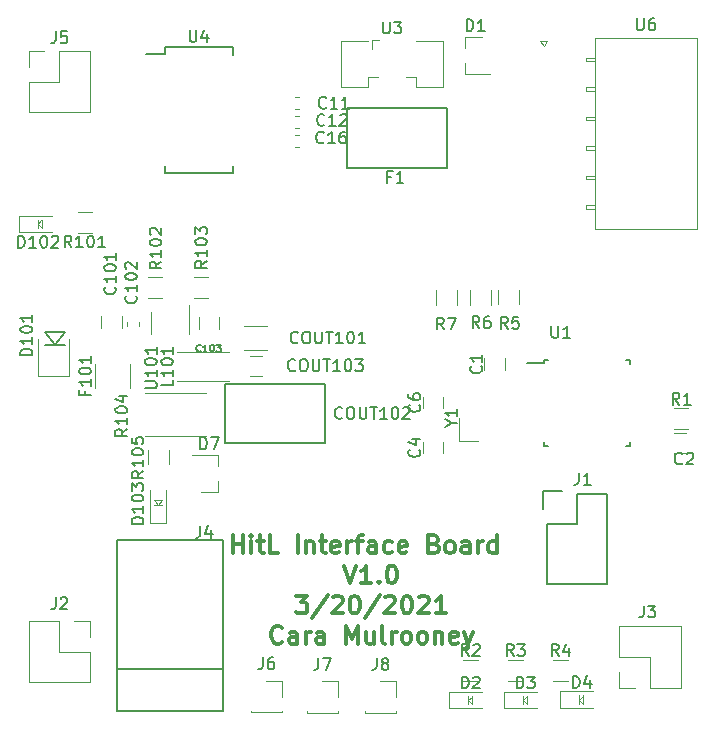
<source format=gto>
G04 #@! TF.GenerationSoftware,KiCad,Pcbnew,5.1.7-a382d34a8~87~ubuntu20.04.1*
G04 #@! TF.CreationDate,2021-03-22T20:15:53-04:00*
G04 #@! TF.ProjectId,SystemHitLInterface,53797374-656d-4486-9974-4c496e746572,rev?*
G04 #@! TF.SameCoordinates,Original*
G04 #@! TF.FileFunction,Legend,Top*
G04 #@! TF.FilePolarity,Positive*
%FSLAX46Y46*%
G04 Gerber Fmt 4.6, Leading zero omitted, Abs format (unit mm)*
G04 Created by KiCad (PCBNEW 5.1.7-a382d34a8~87~ubuntu20.04.1) date 2021-03-22 20:15:53*
%MOMM*%
%LPD*%
G01*
G04 APERTURE LIST*
%ADD10C,0.300000*%
%ADD11C,0.120000*%
%ADD12C,0.150000*%
%ADD13C,0.100000*%
%ADD14C,0.200000*%
G04 APERTURE END LIST*
D10*
X117536000Y-121211971D02*
X117536000Y-119711971D01*
X117536000Y-120426257D02*
X118393142Y-120426257D01*
X118393142Y-121211971D02*
X118393142Y-119711971D01*
X119107428Y-121211971D02*
X119107428Y-120211971D01*
X119107428Y-119711971D02*
X119036000Y-119783400D01*
X119107428Y-119854828D01*
X119178857Y-119783400D01*
X119107428Y-119711971D01*
X119107428Y-119854828D01*
X119607428Y-120211971D02*
X120178857Y-120211971D01*
X119821714Y-119711971D02*
X119821714Y-120997685D01*
X119893142Y-121140542D01*
X120036000Y-121211971D01*
X120178857Y-121211971D01*
X121393142Y-121211971D02*
X120678857Y-121211971D01*
X120678857Y-119711971D01*
X123036000Y-121211971D02*
X123036000Y-119711971D01*
X123750285Y-120211971D02*
X123750285Y-121211971D01*
X123750285Y-120354828D02*
X123821714Y-120283400D01*
X123964571Y-120211971D01*
X124178857Y-120211971D01*
X124321714Y-120283400D01*
X124393142Y-120426257D01*
X124393142Y-121211971D01*
X124893142Y-120211971D02*
X125464571Y-120211971D01*
X125107428Y-119711971D02*
X125107428Y-120997685D01*
X125178857Y-121140542D01*
X125321714Y-121211971D01*
X125464571Y-121211971D01*
X126536000Y-121140542D02*
X126393142Y-121211971D01*
X126107428Y-121211971D01*
X125964571Y-121140542D01*
X125893142Y-120997685D01*
X125893142Y-120426257D01*
X125964571Y-120283400D01*
X126107428Y-120211971D01*
X126393142Y-120211971D01*
X126536000Y-120283400D01*
X126607428Y-120426257D01*
X126607428Y-120569114D01*
X125893142Y-120711971D01*
X127250285Y-121211971D02*
X127250285Y-120211971D01*
X127250285Y-120497685D02*
X127321714Y-120354828D01*
X127393142Y-120283400D01*
X127536000Y-120211971D01*
X127678857Y-120211971D01*
X127964571Y-120211971D02*
X128536000Y-120211971D01*
X128178857Y-121211971D02*
X128178857Y-119926257D01*
X128250285Y-119783400D01*
X128393142Y-119711971D01*
X128536000Y-119711971D01*
X129678857Y-121211971D02*
X129678857Y-120426257D01*
X129607428Y-120283400D01*
X129464571Y-120211971D01*
X129178857Y-120211971D01*
X129036000Y-120283400D01*
X129678857Y-121140542D02*
X129536000Y-121211971D01*
X129178857Y-121211971D01*
X129036000Y-121140542D01*
X128964571Y-120997685D01*
X128964571Y-120854828D01*
X129036000Y-120711971D01*
X129178857Y-120640542D01*
X129536000Y-120640542D01*
X129678857Y-120569114D01*
X131036000Y-121140542D02*
X130893142Y-121211971D01*
X130607428Y-121211971D01*
X130464571Y-121140542D01*
X130393142Y-121069114D01*
X130321714Y-120926257D01*
X130321714Y-120497685D01*
X130393142Y-120354828D01*
X130464571Y-120283400D01*
X130607428Y-120211971D01*
X130893142Y-120211971D01*
X131036000Y-120283400D01*
X132250285Y-121140542D02*
X132107428Y-121211971D01*
X131821714Y-121211971D01*
X131678857Y-121140542D01*
X131607428Y-120997685D01*
X131607428Y-120426257D01*
X131678857Y-120283400D01*
X131821714Y-120211971D01*
X132107428Y-120211971D01*
X132250285Y-120283400D01*
X132321714Y-120426257D01*
X132321714Y-120569114D01*
X131607428Y-120711971D01*
X134607428Y-120426257D02*
X134821714Y-120497685D01*
X134893142Y-120569114D01*
X134964571Y-120711971D01*
X134964571Y-120926257D01*
X134893142Y-121069114D01*
X134821714Y-121140542D01*
X134678857Y-121211971D01*
X134107428Y-121211971D01*
X134107428Y-119711971D01*
X134607428Y-119711971D01*
X134750285Y-119783400D01*
X134821714Y-119854828D01*
X134893142Y-119997685D01*
X134893142Y-120140542D01*
X134821714Y-120283400D01*
X134750285Y-120354828D01*
X134607428Y-120426257D01*
X134107428Y-120426257D01*
X135821714Y-121211971D02*
X135678857Y-121140542D01*
X135607428Y-121069114D01*
X135536000Y-120926257D01*
X135536000Y-120497685D01*
X135607428Y-120354828D01*
X135678857Y-120283400D01*
X135821714Y-120211971D01*
X136036000Y-120211971D01*
X136178857Y-120283400D01*
X136250285Y-120354828D01*
X136321714Y-120497685D01*
X136321714Y-120926257D01*
X136250285Y-121069114D01*
X136178857Y-121140542D01*
X136036000Y-121211971D01*
X135821714Y-121211971D01*
X137607428Y-121211971D02*
X137607428Y-120426257D01*
X137536000Y-120283400D01*
X137393142Y-120211971D01*
X137107428Y-120211971D01*
X136964571Y-120283400D01*
X137607428Y-121140542D02*
X137464571Y-121211971D01*
X137107428Y-121211971D01*
X136964571Y-121140542D01*
X136893142Y-120997685D01*
X136893142Y-120854828D01*
X136964571Y-120711971D01*
X137107428Y-120640542D01*
X137464571Y-120640542D01*
X137607428Y-120569114D01*
X138321714Y-121211971D02*
X138321714Y-120211971D01*
X138321714Y-120497685D02*
X138393142Y-120354828D01*
X138464571Y-120283400D01*
X138607428Y-120211971D01*
X138750285Y-120211971D01*
X139893142Y-121211971D02*
X139893142Y-119711971D01*
X139893142Y-121140542D02*
X139750285Y-121211971D01*
X139464571Y-121211971D01*
X139321714Y-121140542D01*
X139250285Y-121069114D01*
X139178857Y-120926257D01*
X139178857Y-120497685D01*
X139250285Y-120354828D01*
X139321714Y-120283400D01*
X139464571Y-120211971D01*
X139750285Y-120211971D01*
X139893142Y-120283400D01*
X127000285Y-122261971D02*
X127500285Y-123761971D01*
X128000285Y-122261971D01*
X129286000Y-123761971D02*
X128428857Y-123761971D01*
X128857428Y-123761971D02*
X128857428Y-122261971D01*
X128714571Y-122476257D01*
X128571714Y-122619114D01*
X128428857Y-122690542D01*
X129928857Y-123619114D02*
X130000285Y-123690542D01*
X129928857Y-123761971D01*
X129857428Y-123690542D01*
X129928857Y-123619114D01*
X129928857Y-123761971D01*
X130928857Y-122261971D02*
X131071714Y-122261971D01*
X131214571Y-122333400D01*
X131286000Y-122404828D01*
X131357428Y-122547685D01*
X131428857Y-122833400D01*
X131428857Y-123190542D01*
X131357428Y-123476257D01*
X131286000Y-123619114D01*
X131214571Y-123690542D01*
X131071714Y-123761971D01*
X130928857Y-123761971D01*
X130786000Y-123690542D01*
X130714571Y-123619114D01*
X130643142Y-123476257D01*
X130571714Y-123190542D01*
X130571714Y-122833400D01*
X130643142Y-122547685D01*
X130714571Y-122404828D01*
X130786000Y-122333400D01*
X130928857Y-122261971D01*
X122928857Y-124811971D02*
X123857428Y-124811971D01*
X123357428Y-125383400D01*
X123571714Y-125383400D01*
X123714571Y-125454828D01*
X123786000Y-125526257D01*
X123857428Y-125669114D01*
X123857428Y-126026257D01*
X123786000Y-126169114D01*
X123714571Y-126240542D01*
X123571714Y-126311971D01*
X123143142Y-126311971D01*
X123000285Y-126240542D01*
X122928857Y-126169114D01*
X125571714Y-124740542D02*
X124286000Y-126669114D01*
X126000285Y-124954828D02*
X126071714Y-124883400D01*
X126214571Y-124811971D01*
X126571714Y-124811971D01*
X126714571Y-124883400D01*
X126786000Y-124954828D01*
X126857428Y-125097685D01*
X126857428Y-125240542D01*
X126786000Y-125454828D01*
X125928857Y-126311971D01*
X126857428Y-126311971D01*
X127786000Y-124811971D02*
X127928857Y-124811971D01*
X128071714Y-124883400D01*
X128143142Y-124954828D01*
X128214571Y-125097685D01*
X128286000Y-125383400D01*
X128286000Y-125740542D01*
X128214571Y-126026257D01*
X128143142Y-126169114D01*
X128071714Y-126240542D01*
X127928857Y-126311971D01*
X127786000Y-126311971D01*
X127643142Y-126240542D01*
X127571714Y-126169114D01*
X127500285Y-126026257D01*
X127428857Y-125740542D01*
X127428857Y-125383400D01*
X127500285Y-125097685D01*
X127571714Y-124954828D01*
X127643142Y-124883400D01*
X127786000Y-124811971D01*
X130000285Y-124740542D02*
X128714571Y-126669114D01*
X130428857Y-124954828D02*
X130500285Y-124883400D01*
X130643142Y-124811971D01*
X131000285Y-124811971D01*
X131143142Y-124883400D01*
X131214571Y-124954828D01*
X131286000Y-125097685D01*
X131286000Y-125240542D01*
X131214571Y-125454828D01*
X130357428Y-126311971D01*
X131286000Y-126311971D01*
X132214571Y-124811971D02*
X132357428Y-124811971D01*
X132500285Y-124883400D01*
X132571714Y-124954828D01*
X132643142Y-125097685D01*
X132714571Y-125383400D01*
X132714571Y-125740542D01*
X132643142Y-126026257D01*
X132571714Y-126169114D01*
X132500285Y-126240542D01*
X132357428Y-126311971D01*
X132214571Y-126311971D01*
X132071714Y-126240542D01*
X132000285Y-126169114D01*
X131928857Y-126026257D01*
X131857428Y-125740542D01*
X131857428Y-125383400D01*
X131928857Y-125097685D01*
X132000285Y-124954828D01*
X132071714Y-124883400D01*
X132214571Y-124811971D01*
X133286000Y-124954828D02*
X133357428Y-124883400D01*
X133500285Y-124811971D01*
X133857428Y-124811971D01*
X134000285Y-124883400D01*
X134071714Y-124954828D01*
X134143142Y-125097685D01*
X134143142Y-125240542D01*
X134071714Y-125454828D01*
X133214571Y-126311971D01*
X134143142Y-126311971D01*
X135571714Y-126311971D02*
X134714571Y-126311971D01*
X135143142Y-126311971D02*
X135143142Y-124811971D01*
X135000285Y-125026257D01*
X134857428Y-125169114D01*
X134714571Y-125240542D01*
X121714571Y-128719114D02*
X121643142Y-128790542D01*
X121428857Y-128861971D01*
X121286000Y-128861971D01*
X121071714Y-128790542D01*
X120928857Y-128647685D01*
X120857428Y-128504828D01*
X120786000Y-128219114D01*
X120786000Y-128004828D01*
X120857428Y-127719114D01*
X120928857Y-127576257D01*
X121071714Y-127433400D01*
X121286000Y-127361971D01*
X121428857Y-127361971D01*
X121643142Y-127433400D01*
X121714571Y-127504828D01*
X123000285Y-128861971D02*
X123000285Y-128076257D01*
X122928857Y-127933400D01*
X122786000Y-127861971D01*
X122500285Y-127861971D01*
X122357428Y-127933400D01*
X123000285Y-128790542D02*
X122857428Y-128861971D01*
X122500285Y-128861971D01*
X122357428Y-128790542D01*
X122286000Y-128647685D01*
X122286000Y-128504828D01*
X122357428Y-128361971D01*
X122500285Y-128290542D01*
X122857428Y-128290542D01*
X123000285Y-128219114D01*
X123714571Y-128861971D02*
X123714571Y-127861971D01*
X123714571Y-128147685D02*
X123786000Y-128004828D01*
X123857428Y-127933400D01*
X124000285Y-127861971D01*
X124143142Y-127861971D01*
X125286000Y-128861971D02*
X125286000Y-128076257D01*
X125214571Y-127933400D01*
X125071714Y-127861971D01*
X124786000Y-127861971D01*
X124643142Y-127933400D01*
X125286000Y-128790542D02*
X125143142Y-128861971D01*
X124786000Y-128861971D01*
X124643142Y-128790542D01*
X124571714Y-128647685D01*
X124571714Y-128504828D01*
X124643142Y-128361971D01*
X124786000Y-128290542D01*
X125143142Y-128290542D01*
X125286000Y-128219114D01*
X127143142Y-128861971D02*
X127143142Y-127361971D01*
X127643142Y-128433400D01*
X128143142Y-127361971D01*
X128143142Y-128861971D01*
X129500285Y-127861971D02*
X129500285Y-128861971D01*
X128857428Y-127861971D02*
X128857428Y-128647685D01*
X128928857Y-128790542D01*
X129071714Y-128861971D01*
X129286000Y-128861971D01*
X129428857Y-128790542D01*
X129500285Y-128719114D01*
X130428857Y-128861971D02*
X130286000Y-128790542D01*
X130214571Y-128647685D01*
X130214571Y-127361971D01*
X131000285Y-128861971D02*
X131000285Y-127861971D01*
X131000285Y-128147685D02*
X131071714Y-128004828D01*
X131143142Y-127933400D01*
X131286000Y-127861971D01*
X131428857Y-127861971D01*
X132143142Y-128861971D02*
X132000285Y-128790542D01*
X131928857Y-128719114D01*
X131857428Y-128576257D01*
X131857428Y-128147685D01*
X131928857Y-128004828D01*
X132000285Y-127933400D01*
X132143142Y-127861971D01*
X132357428Y-127861971D01*
X132500285Y-127933400D01*
X132571714Y-128004828D01*
X132643142Y-128147685D01*
X132643142Y-128576257D01*
X132571714Y-128719114D01*
X132500285Y-128790542D01*
X132357428Y-128861971D01*
X132143142Y-128861971D01*
X133500285Y-128861971D02*
X133357428Y-128790542D01*
X133286000Y-128719114D01*
X133214571Y-128576257D01*
X133214571Y-128147685D01*
X133286000Y-128004828D01*
X133357428Y-127933400D01*
X133500285Y-127861971D01*
X133714571Y-127861971D01*
X133857428Y-127933400D01*
X133928857Y-128004828D01*
X134000285Y-128147685D01*
X134000285Y-128576257D01*
X133928857Y-128719114D01*
X133857428Y-128790542D01*
X133714571Y-128861971D01*
X133500285Y-128861971D01*
X134643142Y-127861971D02*
X134643142Y-128861971D01*
X134643142Y-128004828D02*
X134714571Y-127933400D01*
X134857428Y-127861971D01*
X135071714Y-127861971D01*
X135214571Y-127933400D01*
X135286000Y-128076257D01*
X135286000Y-128861971D01*
X136571714Y-128790542D02*
X136428857Y-128861971D01*
X136143142Y-128861971D01*
X136000285Y-128790542D01*
X135928857Y-128647685D01*
X135928857Y-128076257D01*
X136000285Y-127933400D01*
X136143142Y-127861971D01*
X136428857Y-127861971D01*
X136571714Y-127933400D01*
X136643142Y-128076257D01*
X136643142Y-128219114D01*
X135928857Y-128361971D01*
X137143142Y-127861971D02*
X137500285Y-128861971D01*
X137857428Y-127861971D02*
X137500285Y-128861971D01*
X137357428Y-129219114D01*
X137286000Y-129290542D01*
X137143142Y-129361971D01*
D11*
X140039200Y-100117200D02*
X140039200Y-98917200D01*
X141799200Y-98917200D02*
X141799200Y-100117200D01*
X154914000Y-108949600D02*
X156114000Y-108949600D01*
X156114000Y-110709600D02*
X154914000Y-110709600D01*
X105603600Y-94098000D02*
X104403600Y-94098000D01*
X104403600Y-92338000D02*
X105603600Y-92338000D01*
X117198700Y-106612540D02*
X112798700Y-106612540D01*
X112798700Y-104212540D02*
X117198700Y-104212540D01*
D12*
X116851300Y-106847000D02*
X125351300Y-106847000D01*
X125351300Y-106847000D02*
X125351300Y-111847000D01*
X125351300Y-111847000D02*
X116851300Y-111847000D01*
X116851300Y-111847000D02*
X116851300Y-106847000D01*
D11*
X116343800Y-102227000D02*
X116343800Y-101227000D01*
X114643800Y-101227000D02*
X114643800Y-102227000D01*
X115466420Y-99604720D02*
X114266420Y-99604720D01*
X114266420Y-97844720D02*
X115466420Y-97844720D01*
X110380220Y-97829480D02*
X111580220Y-97829480D01*
X111580220Y-99589480D02*
X110380220Y-99589480D01*
X112102000Y-112496000D02*
X112102000Y-113696000D01*
X110342000Y-113696000D02*
X110342000Y-112496000D01*
X113809600Y-102611800D02*
X113809600Y-100161800D01*
X110589600Y-100811800D02*
X110589600Y-102611800D01*
X118470300Y-104017000D02*
X120470300Y-104017000D01*
X120470300Y-101977000D02*
X118470300Y-101977000D01*
X118994300Y-106196500D02*
X119994300Y-106196500D01*
X119994300Y-104496500D02*
X118994300Y-104496500D01*
X110522000Y-118696000D02*
X110522000Y-115896000D01*
X111922000Y-118696000D02*
X111922000Y-115896000D01*
X110522000Y-118696000D02*
X111922000Y-118696000D01*
D13*
X111222000Y-117096000D02*
X110922000Y-116796000D01*
X110922000Y-116796000D02*
X110872000Y-116746000D01*
X110872000Y-116746000D02*
X111522000Y-116746000D01*
X111572000Y-116746000D02*
X111522000Y-116746000D01*
X111522000Y-116746000D02*
X111572000Y-116746000D01*
X111572000Y-116746000D02*
X111222000Y-117096000D01*
X111222000Y-117096000D02*
X110872000Y-117096000D01*
X111572000Y-117096000D02*
X111222000Y-117096000D01*
D11*
X99425600Y-92632000D02*
X102225600Y-92632000D01*
X99425600Y-94032000D02*
X102225600Y-94032000D01*
X99425600Y-92632000D02*
X99425600Y-94032000D01*
D13*
X101025600Y-93332000D02*
X101325600Y-93032000D01*
X101325600Y-93032000D02*
X101375600Y-92982000D01*
X101375600Y-92982000D02*
X101375600Y-93632000D01*
X101375600Y-93682000D02*
X101375600Y-93632000D01*
X101375600Y-93632000D02*
X101375600Y-93682000D01*
X101375600Y-93682000D02*
X101025600Y-93332000D01*
X101025600Y-93332000D02*
X101025600Y-92982000D01*
X101025600Y-93682000D02*
X101025600Y-93332000D01*
D11*
X106424360Y-101116000D02*
X106424360Y-102116000D01*
X108124360Y-102116000D02*
X108124360Y-101116000D01*
X109590300Y-101969279D02*
X109590300Y-101643721D01*
X108570300Y-101969279D02*
X108570300Y-101643721D01*
X140550000Y-105706800D02*
X140550000Y-104706800D01*
X138850000Y-104706800D02*
X138850000Y-105706800D01*
X154897200Y-112762400D02*
X155897200Y-112762400D01*
X155897200Y-111062400D02*
X154897200Y-111062400D01*
X133617600Y-111768000D02*
X133617600Y-112768000D01*
X135317600Y-112768000D02*
X135317600Y-111768000D01*
X135317600Y-108958000D02*
X135317600Y-107958000D01*
X133617600Y-107958000D02*
X133617600Y-108958000D01*
X123149579Y-83568000D02*
X122824021Y-83568000D01*
X123149579Y-82548000D02*
X122824021Y-82548000D01*
X123149579Y-84173600D02*
X122824021Y-84173600D01*
X123149579Y-85193600D02*
X122824021Y-85193600D01*
X122824021Y-86819200D02*
X123149579Y-86819200D01*
X122824021Y-85799200D02*
X123149579Y-85799200D01*
X137162000Y-77515600D02*
X137162000Y-78445600D01*
X137162000Y-80675600D02*
X137162000Y-79745600D01*
X137162000Y-80675600D02*
X139322000Y-80675600D01*
X137162000Y-77515600D02*
X138622000Y-77515600D01*
X135868000Y-132954800D02*
X138668000Y-132954800D01*
X135868000Y-134354800D02*
X138668000Y-134354800D01*
X135868000Y-132954800D02*
X135868000Y-134354800D01*
D13*
X137468000Y-133654800D02*
X137768000Y-133354800D01*
X137768000Y-133354800D02*
X137818000Y-133304800D01*
X137818000Y-133304800D02*
X137818000Y-133954800D01*
X137818000Y-134004800D02*
X137818000Y-133954800D01*
X137818000Y-133954800D02*
X137818000Y-134004800D01*
X137818000Y-134004800D02*
X137468000Y-133654800D01*
X137468000Y-133654800D02*
X137468000Y-133304800D01*
X137468000Y-134004800D02*
X137468000Y-133654800D01*
D11*
X140508400Y-132954800D02*
X143308400Y-132954800D01*
X140508400Y-134354800D02*
X143308400Y-134354800D01*
X140508400Y-132954800D02*
X140508400Y-134354800D01*
D13*
X142108400Y-133654800D02*
X142408400Y-133354800D01*
X142408400Y-133354800D02*
X142458400Y-133304800D01*
X142458400Y-133304800D02*
X142458400Y-133954800D01*
X142458400Y-134004800D02*
X142458400Y-133954800D01*
X142458400Y-133954800D02*
X142458400Y-134004800D01*
X142458400Y-134004800D02*
X142108400Y-133654800D01*
X142108400Y-133654800D02*
X142108400Y-133304800D01*
X142108400Y-134004800D02*
X142108400Y-133654800D01*
X146883600Y-133954000D02*
X146883600Y-133604000D01*
X146883600Y-133604000D02*
X146883600Y-133254000D01*
X147233600Y-133954000D02*
X146883600Y-133604000D01*
X147233600Y-133904000D02*
X147233600Y-133954000D01*
X147233600Y-133954000D02*
X147233600Y-133904000D01*
X147233600Y-133254000D02*
X147233600Y-133904000D01*
X147183600Y-133304000D02*
X147233600Y-133254000D01*
X146883600Y-133604000D02*
X147183600Y-133304000D01*
D11*
X145283600Y-132904000D02*
X145283600Y-134304000D01*
X145283600Y-134304000D02*
X148083600Y-134304000D01*
X145283600Y-132904000D02*
X148083600Y-132904000D01*
D12*
X127176400Y-88555200D02*
X127176400Y-83555200D01*
X135676400Y-88555200D02*
X127176400Y-88555200D01*
X135676400Y-83555200D02*
X135676400Y-88555200D01*
X127176400Y-83555200D02*
X135676400Y-83555200D01*
X149199600Y-118770400D02*
X149199600Y-116230400D01*
X149199600Y-116230400D02*
X146659600Y-116230400D01*
X143839600Y-115950400D02*
X143839600Y-117500400D01*
X149199600Y-123850400D02*
X149199600Y-118770400D01*
X144119600Y-123850400D02*
X149199600Y-123850400D01*
X146659600Y-118770400D02*
X144119600Y-118770400D01*
X146659600Y-116230400D02*
X146659600Y-118770400D01*
X143839600Y-115950400D02*
X145389600Y-115950400D01*
X144119600Y-118770400D02*
X144119600Y-123850400D01*
D11*
X104140000Y-126940000D02*
X105470000Y-126940000D01*
X105470000Y-126940000D02*
X105470000Y-128270000D01*
X102870000Y-126940000D02*
X102870000Y-129540000D01*
X102870000Y-129540000D02*
X105470000Y-129540000D01*
X105470000Y-129540000D02*
X105470000Y-132140000D01*
X100270000Y-132140000D02*
X105470000Y-132140000D01*
X100270000Y-126940000D02*
X100270000Y-132140000D01*
X100270000Y-126940000D02*
X102870000Y-126940000D01*
X155457200Y-132597200D02*
X152857200Y-132597200D01*
X155457200Y-132597200D02*
X155457200Y-127397200D01*
X155457200Y-127397200D02*
X150257200Y-127397200D01*
X150257200Y-129997200D02*
X150257200Y-127397200D01*
X152857200Y-129997200D02*
X150257200Y-129997200D01*
X152857200Y-132597200D02*
X152857200Y-129997200D01*
X150257200Y-132597200D02*
X150257200Y-131267200D01*
X151587200Y-132597200D02*
X150257200Y-132597200D01*
D12*
X107717200Y-131053200D02*
X116717200Y-131053200D01*
X116717200Y-134553200D02*
X116717200Y-120053200D01*
X107717200Y-120053200D02*
X116717200Y-120053200D01*
X107717200Y-134553200D02*
X107717200Y-120053200D01*
X107717200Y-134553200D02*
X116717200Y-134553200D01*
D11*
X100270000Y-80010000D02*
X100270000Y-78680000D01*
X100270000Y-78680000D02*
X101600000Y-78680000D01*
X100270000Y-81280000D02*
X102870000Y-81280000D01*
X102870000Y-81280000D02*
X102870000Y-78680000D01*
X102870000Y-78680000D02*
X105470000Y-78680000D01*
X105470000Y-83880000D02*
X105470000Y-78680000D01*
X100270000Y-83880000D02*
X105470000Y-83880000D01*
X100270000Y-83880000D02*
X100270000Y-81280000D01*
X137068000Y-130234800D02*
X138268000Y-130234800D01*
X138268000Y-131994800D02*
X137068000Y-131994800D01*
X142078000Y-131994800D02*
X140878000Y-131994800D01*
X140878000Y-130234800D02*
X142078000Y-130234800D01*
X145888000Y-131994800D02*
X144688000Y-131994800D01*
X144688000Y-130234800D02*
X145888000Y-130234800D01*
X137651600Y-100168000D02*
X137651600Y-98968000D01*
X139411600Y-98968000D02*
X139411600Y-100168000D01*
X136516000Y-98968000D02*
X136516000Y-100168000D01*
X134756000Y-100168000D02*
X134756000Y-98968000D01*
D12*
X143898200Y-105108800D02*
X142473200Y-105108800D01*
X151148200Y-104883800D02*
X150823200Y-104883800D01*
X151148200Y-112133800D02*
X150823200Y-112133800D01*
X143898200Y-112133800D02*
X144223200Y-112133800D01*
X143898200Y-104883800D02*
X144223200Y-104883800D01*
X143898200Y-112133800D02*
X143898200Y-111808800D01*
X151148200Y-112133800D02*
X151148200Y-111808800D01*
X151148200Y-104883800D02*
X151148200Y-105208800D01*
X143898200Y-104883800D02*
X143898200Y-105108800D01*
X111780600Y-78968400D02*
X110180600Y-78968400D01*
X111780600Y-89043400D02*
X117530600Y-89043400D01*
X111780600Y-78393400D02*
X117530600Y-78393400D01*
X111780600Y-89043400D02*
X111780600Y-88393400D01*
X117530600Y-89043400D02*
X117530600Y-88393400D01*
X117530600Y-78393400D02*
X117530600Y-79043400D01*
X111780600Y-78393400D02*
X111780600Y-78968400D01*
D11*
X143565600Y-77866136D02*
X143865600Y-78290400D01*
X144165600Y-77866136D02*
X143565600Y-77866136D01*
X143865600Y-78290400D02*
X144165600Y-77866136D01*
X147475600Y-92050400D02*
X148175600Y-92050400D01*
X147475600Y-91750400D02*
X147475600Y-92050400D01*
X148175600Y-91750400D02*
X147475600Y-91750400D01*
X148175600Y-92050400D02*
X148175600Y-91750400D01*
X147475600Y-89550400D02*
X148175600Y-89550400D01*
X147475600Y-89250400D02*
X147475600Y-89550400D01*
X148175600Y-89250400D02*
X147475600Y-89250400D01*
X148175600Y-89550400D02*
X148175600Y-89250400D01*
X147475600Y-87050400D02*
X148175600Y-87050400D01*
X147475600Y-86750400D02*
X147475600Y-87050400D01*
X148175600Y-86750400D02*
X147475600Y-86750400D01*
X148175600Y-87050400D02*
X148175600Y-86750400D01*
X147475600Y-84550400D02*
X148175600Y-84550400D01*
X147475600Y-84250400D02*
X147475600Y-84550400D01*
X148175600Y-84250400D02*
X147475600Y-84250400D01*
X148175600Y-84550400D02*
X148175600Y-84250400D01*
X147475600Y-82050400D02*
X148175600Y-82050400D01*
X147475600Y-81750400D02*
X147475600Y-82050400D01*
X148175600Y-81750400D02*
X147475600Y-81750400D01*
X148175600Y-82050400D02*
X148175600Y-81750400D01*
X147475600Y-79550400D02*
X148175600Y-79550400D01*
X147475600Y-79250400D02*
X147475600Y-79550400D01*
X148175600Y-79250400D02*
X147475600Y-79250400D01*
X148175600Y-79550400D02*
X148175600Y-79250400D01*
X156855600Y-77570400D02*
X148175600Y-77570400D01*
X156855600Y-93730400D02*
X156855600Y-77570400D01*
X148175600Y-93730400D02*
X156855600Y-93730400D01*
X148175600Y-77570400D02*
X148175600Y-93730400D01*
D13*
X136677600Y-111728000D02*
X138277600Y-111728000D01*
X136677600Y-111728000D02*
X136677600Y-109728000D01*
D11*
X129313200Y-78528600D02*
X129313200Y-77778600D01*
X129313200Y-77778600D02*
X129913200Y-77778600D01*
X129013200Y-77818600D02*
X126703200Y-77818600D01*
X135323200Y-77818600D02*
X135323200Y-81738600D01*
X126703200Y-81738600D02*
X128973200Y-81738600D01*
X126703200Y-77818600D02*
X126703200Y-81738600D01*
X135323200Y-81738600D02*
X133053200Y-81738600D01*
X133013200Y-77818600D02*
X135323200Y-77818600D01*
X133053200Y-80908600D02*
X133053200Y-81738600D01*
X128973200Y-80908600D02*
X128973200Y-81738600D01*
X128973200Y-80908600D02*
X129803200Y-80908600D01*
X133053200Y-80908600D02*
X132223200Y-80908600D01*
X116279200Y-116032400D02*
X114819200Y-116032400D01*
X116279200Y-112872400D02*
X114119200Y-112872400D01*
X116279200Y-112872400D02*
X116279200Y-113802400D01*
X116279200Y-116032400D02*
X116279200Y-115102400D01*
X115274400Y-111294000D02*
X110074400Y-111294000D01*
X110074400Y-107654000D02*
X115274400Y-107654000D01*
X119066000Y-134680000D02*
X121726000Y-134680000D01*
X119066000Y-134560000D02*
X119066000Y-134680000D01*
X121726000Y-134560000D02*
X121726000Y-134680000D01*
X121726000Y-132020000D02*
X121726000Y-133350000D01*
X120396000Y-132020000D02*
X121726000Y-132020000D01*
X125120400Y-132070800D02*
X126450400Y-132070800D01*
X126450400Y-132070800D02*
X126450400Y-133400800D01*
X126450400Y-134610800D02*
X126450400Y-134730800D01*
X123790400Y-134610800D02*
X123790400Y-134730800D01*
X123790400Y-134730800D02*
X126450400Y-134730800D01*
X128718000Y-134730800D02*
X131378000Y-134730800D01*
X128718000Y-134610800D02*
X128718000Y-134730800D01*
X131378000Y-134610800D02*
X131378000Y-134730800D01*
X131378000Y-132070800D02*
X131378000Y-133400800D01*
X130048000Y-132070800D02*
X131378000Y-132070800D01*
D14*
X103362000Y-102473200D02*
X102462000Y-103573200D01*
X101662000Y-102473200D02*
X103362000Y-102473200D01*
X102462000Y-103573200D02*
X101662000Y-102473200D01*
X101662000Y-103573200D02*
X103362000Y-103573200D01*
D11*
X101028500Y-106248200D02*
X103695500Y-106248200D01*
X103695500Y-106248200D02*
X103695500Y-103073200D01*
X101028500Y-106248200D02*
X101028500Y-103073200D01*
X108820400Y-105222800D02*
X108820400Y-107222800D01*
X105860400Y-107222800D02*
X105860400Y-105222800D01*
D12*
X140803333Y-102204780D02*
X140470000Y-101728590D01*
X140231904Y-102204780D02*
X140231904Y-101204780D01*
X140612857Y-101204780D01*
X140708095Y-101252400D01*
X140755714Y-101300019D01*
X140803333Y-101395257D01*
X140803333Y-101538114D01*
X140755714Y-101633352D01*
X140708095Y-101680971D01*
X140612857Y-101728590D01*
X140231904Y-101728590D01*
X141708095Y-101204780D02*
X141231904Y-101204780D01*
X141184285Y-101680971D01*
X141231904Y-101633352D01*
X141327142Y-101585733D01*
X141565238Y-101585733D01*
X141660476Y-101633352D01*
X141708095Y-101680971D01*
X141755714Y-101776209D01*
X141755714Y-102014304D01*
X141708095Y-102109542D01*
X141660476Y-102157161D01*
X141565238Y-102204780D01*
X141327142Y-102204780D01*
X141231904Y-102157161D01*
X141184285Y-102109542D01*
X155347333Y-108631980D02*
X155014000Y-108155790D01*
X154775904Y-108631980D02*
X154775904Y-107631980D01*
X155156857Y-107631980D01*
X155252095Y-107679600D01*
X155299714Y-107727219D01*
X155347333Y-107822457D01*
X155347333Y-107965314D01*
X155299714Y-108060552D01*
X155252095Y-108108171D01*
X155156857Y-108155790D01*
X154775904Y-108155790D01*
X156299714Y-108631980D02*
X155728285Y-108631980D01*
X156014000Y-108631980D02*
X156014000Y-107631980D01*
X155918761Y-107774838D01*
X155823523Y-107870076D01*
X155728285Y-107917695D01*
X103884552Y-95320380D02*
X103551219Y-94844190D01*
X103313123Y-95320380D02*
X103313123Y-94320380D01*
X103694076Y-94320380D01*
X103789314Y-94368000D01*
X103836933Y-94415619D01*
X103884552Y-94510857D01*
X103884552Y-94653714D01*
X103836933Y-94748952D01*
X103789314Y-94796571D01*
X103694076Y-94844190D01*
X103313123Y-94844190D01*
X104836933Y-95320380D02*
X104265504Y-95320380D01*
X104551219Y-95320380D02*
X104551219Y-94320380D01*
X104455980Y-94463238D01*
X104360742Y-94558476D01*
X104265504Y-94606095D01*
X105455980Y-94320380D02*
X105551219Y-94320380D01*
X105646457Y-94368000D01*
X105694076Y-94415619D01*
X105741695Y-94510857D01*
X105789314Y-94701333D01*
X105789314Y-94939428D01*
X105741695Y-95129904D01*
X105694076Y-95225142D01*
X105646457Y-95272761D01*
X105551219Y-95320380D01*
X105455980Y-95320380D01*
X105360742Y-95272761D01*
X105313123Y-95225142D01*
X105265504Y-95129904D01*
X105217885Y-94939428D01*
X105217885Y-94701333D01*
X105265504Y-94510857D01*
X105313123Y-94415619D01*
X105360742Y-94368000D01*
X105455980Y-94320380D01*
X106741695Y-95320380D02*
X106170266Y-95320380D01*
X106455980Y-95320380D02*
X106455980Y-94320380D01*
X106360742Y-94463238D01*
X106265504Y-94558476D01*
X106170266Y-94606095D01*
X112466380Y-106529047D02*
X112466380Y-107005238D01*
X111466380Y-107005238D01*
X112466380Y-105671904D02*
X112466380Y-106243333D01*
X112466380Y-105957619D02*
X111466380Y-105957619D01*
X111609238Y-106052857D01*
X111704476Y-106148095D01*
X111752095Y-106243333D01*
X111466380Y-105052857D02*
X111466380Y-104957619D01*
X111514000Y-104862380D01*
X111561619Y-104814761D01*
X111656857Y-104767142D01*
X111847333Y-104719523D01*
X112085428Y-104719523D01*
X112275904Y-104767142D01*
X112371142Y-104814761D01*
X112418761Y-104862380D01*
X112466380Y-104957619D01*
X112466380Y-105052857D01*
X112418761Y-105148095D01*
X112371142Y-105195714D01*
X112275904Y-105243333D01*
X112085428Y-105290952D01*
X111847333Y-105290952D01*
X111656857Y-105243333D01*
X111561619Y-105195714D01*
X111514000Y-105148095D01*
X111466380Y-105052857D01*
X112466380Y-103767142D02*
X112466380Y-104338571D01*
X112466380Y-104052857D02*
X111466380Y-104052857D01*
X111609238Y-104148095D01*
X111704476Y-104243333D01*
X111752095Y-104338571D01*
X126799380Y-109753142D02*
X126751761Y-109800761D01*
X126608904Y-109848380D01*
X126513666Y-109848380D01*
X126370809Y-109800761D01*
X126275571Y-109705523D01*
X126227952Y-109610285D01*
X126180333Y-109419809D01*
X126180333Y-109276952D01*
X126227952Y-109086476D01*
X126275571Y-108991238D01*
X126370809Y-108896000D01*
X126513666Y-108848380D01*
X126608904Y-108848380D01*
X126751761Y-108896000D01*
X126799380Y-108943619D01*
X127418428Y-108848380D02*
X127608904Y-108848380D01*
X127704142Y-108896000D01*
X127799380Y-108991238D01*
X127847000Y-109181714D01*
X127847000Y-109515047D01*
X127799380Y-109705523D01*
X127704142Y-109800761D01*
X127608904Y-109848380D01*
X127418428Y-109848380D01*
X127323190Y-109800761D01*
X127227952Y-109705523D01*
X127180333Y-109515047D01*
X127180333Y-109181714D01*
X127227952Y-108991238D01*
X127323190Y-108896000D01*
X127418428Y-108848380D01*
X128275571Y-108848380D02*
X128275571Y-109657904D01*
X128323190Y-109753142D01*
X128370809Y-109800761D01*
X128466047Y-109848380D01*
X128656523Y-109848380D01*
X128751761Y-109800761D01*
X128799380Y-109753142D01*
X128847000Y-109657904D01*
X128847000Y-108848380D01*
X129180333Y-108848380D02*
X129751761Y-108848380D01*
X129466047Y-109848380D02*
X129466047Y-108848380D01*
X130608904Y-109848380D02*
X130037476Y-109848380D01*
X130323190Y-109848380D02*
X130323190Y-108848380D01*
X130227952Y-108991238D01*
X130132714Y-109086476D01*
X130037476Y-109134095D01*
X131227952Y-108848380D02*
X131323190Y-108848380D01*
X131418428Y-108896000D01*
X131466047Y-108943619D01*
X131513666Y-109038857D01*
X131561285Y-109229333D01*
X131561285Y-109467428D01*
X131513666Y-109657904D01*
X131466047Y-109753142D01*
X131418428Y-109800761D01*
X131323190Y-109848380D01*
X131227952Y-109848380D01*
X131132714Y-109800761D01*
X131085095Y-109753142D01*
X131037476Y-109657904D01*
X130989857Y-109467428D01*
X130989857Y-109229333D01*
X131037476Y-109038857D01*
X131085095Y-108943619D01*
X131132714Y-108896000D01*
X131227952Y-108848380D01*
X131942238Y-108943619D02*
X131989857Y-108896000D01*
X132085095Y-108848380D01*
X132323190Y-108848380D01*
X132418428Y-108896000D01*
X132466047Y-108943619D01*
X132513666Y-109038857D01*
X132513666Y-109134095D01*
X132466047Y-109276952D01*
X131894619Y-109848380D01*
X132513666Y-109848380D01*
X114819171Y-104100285D02*
X114790600Y-104128857D01*
X114704885Y-104157428D01*
X114647742Y-104157428D01*
X114562028Y-104128857D01*
X114504885Y-104071714D01*
X114476314Y-104014571D01*
X114447742Y-103900285D01*
X114447742Y-103814571D01*
X114476314Y-103700285D01*
X114504885Y-103643142D01*
X114562028Y-103586000D01*
X114647742Y-103557428D01*
X114704885Y-103557428D01*
X114790600Y-103586000D01*
X114819171Y-103614571D01*
X115390600Y-104157428D02*
X115047742Y-104157428D01*
X115219171Y-104157428D02*
X115219171Y-103557428D01*
X115162028Y-103643142D01*
X115104885Y-103700285D01*
X115047742Y-103728857D01*
X115762028Y-103557428D02*
X115819171Y-103557428D01*
X115876314Y-103586000D01*
X115904885Y-103614571D01*
X115933457Y-103671714D01*
X115962028Y-103786000D01*
X115962028Y-103928857D01*
X115933457Y-104043142D01*
X115904885Y-104100285D01*
X115876314Y-104128857D01*
X115819171Y-104157428D01*
X115762028Y-104157428D01*
X115704885Y-104128857D01*
X115676314Y-104100285D01*
X115647742Y-104043142D01*
X115619171Y-103928857D01*
X115619171Y-103786000D01*
X115647742Y-103671714D01*
X115676314Y-103614571D01*
X115704885Y-103586000D01*
X115762028Y-103557428D01*
X116162028Y-103557428D02*
X116533457Y-103557428D01*
X116333457Y-103786000D01*
X116419171Y-103786000D01*
X116476314Y-103814571D01*
X116504885Y-103843142D01*
X116533457Y-103900285D01*
X116533457Y-104043142D01*
X116504885Y-104100285D01*
X116476314Y-104128857D01*
X116419171Y-104157428D01*
X116247742Y-104157428D01*
X116190600Y-104128857D01*
X116162028Y-104100285D01*
X115349380Y-96465047D02*
X114873190Y-96798380D01*
X115349380Y-97036476D02*
X114349380Y-97036476D01*
X114349380Y-96655523D01*
X114397000Y-96560285D01*
X114444619Y-96512666D01*
X114539857Y-96465047D01*
X114682714Y-96465047D01*
X114777952Y-96512666D01*
X114825571Y-96560285D01*
X114873190Y-96655523D01*
X114873190Y-97036476D01*
X115349380Y-95512666D02*
X115349380Y-96084095D01*
X115349380Y-95798380D02*
X114349380Y-95798380D01*
X114492238Y-95893619D01*
X114587476Y-95988857D01*
X114635095Y-96084095D01*
X114349380Y-94893619D02*
X114349380Y-94798380D01*
X114397000Y-94703142D01*
X114444619Y-94655523D01*
X114539857Y-94607904D01*
X114730333Y-94560285D01*
X114968428Y-94560285D01*
X115158904Y-94607904D01*
X115254142Y-94655523D01*
X115301761Y-94703142D01*
X115349380Y-94798380D01*
X115349380Y-94893619D01*
X115301761Y-94988857D01*
X115254142Y-95036476D01*
X115158904Y-95084095D01*
X114968428Y-95131714D01*
X114730333Y-95131714D01*
X114539857Y-95084095D01*
X114444619Y-95036476D01*
X114397000Y-94988857D01*
X114349380Y-94893619D01*
X114349380Y-94226952D02*
X114349380Y-93607904D01*
X114730333Y-93941238D01*
X114730333Y-93798380D01*
X114777952Y-93703142D01*
X114825571Y-93655523D01*
X114920809Y-93607904D01*
X115158904Y-93607904D01*
X115254142Y-93655523D01*
X115301761Y-93703142D01*
X115349380Y-93798380D01*
X115349380Y-94084095D01*
X115301761Y-94179333D01*
X115254142Y-94226952D01*
X111499380Y-96515047D02*
X111023190Y-96848380D01*
X111499380Y-97086476D02*
X110499380Y-97086476D01*
X110499380Y-96705523D01*
X110547000Y-96610285D01*
X110594619Y-96562666D01*
X110689857Y-96515047D01*
X110832714Y-96515047D01*
X110927952Y-96562666D01*
X110975571Y-96610285D01*
X111023190Y-96705523D01*
X111023190Y-97086476D01*
X111499380Y-95562666D02*
X111499380Y-96134095D01*
X111499380Y-95848380D02*
X110499380Y-95848380D01*
X110642238Y-95943619D01*
X110737476Y-96038857D01*
X110785095Y-96134095D01*
X110499380Y-94943619D02*
X110499380Y-94848380D01*
X110547000Y-94753142D01*
X110594619Y-94705523D01*
X110689857Y-94657904D01*
X110880333Y-94610285D01*
X111118428Y-94610285D01*
X111308904Y-94657904D01*
X111404142Y-94705523D01*
X111451761Y-94753142D01*
X111499380Y-94848380D01*
X111499380Y-94943619D01*
X111451761Y-95038857D01*
X111404142Y-95086476D01*
X111308904Y-95134095D01*
X111118428Y-95181714D01*
X110880333Y-95181714D01*
X110689857Y-95134095D01*
X110594619Y-95086476D01*
X110547000Y-95038857D01*
X110499380Y-94943619D01*
X110594619Y-94229333D02*
X110547000Y-94181714D01*
X110499380Y-94086476D01*
X110499380Y-93848380D01*
X110547000Y-93753142D01*
X110594619Y-93705523D01*
X110689857Y-93657904D01*
X110785095Y-93657904D01*
X110927952Y-93705523D01*
X111499380Y-94276952D01*
X111499380Y-93657904D01*
X109977180Y-114250647D02*
X109500990Y-114583980D01*
X109977180Y-114822076D02*
X108977180Y-114822076D01*
X108977180Y-114441123D01*
X109024800Y-114345885D01*
X109072419Y-114298266D01*
X109167657Y-114250647D01*
X109310514Y-114250647D01*
X109405752Y-114298266D01*
X109453371Y-114345885D01*
X109500990Y-114441123D01*
X109500990Y-114822076D01*
X109977180Y-113298266D02*
X109977180Y-113869695D01*
X109977180Y-113583980D02*
X108977180Y-113583980D01*
X109120038Y-113679219D01*
X109215276Y-113774457D01*
X109262895Y-113869695D01*
X108977180Y-112679219D02*
X108977180Y-112583980D01*
X109024800Y-112488742D01*
X109072419Y-112441123D01*
X109167657Y-112393504D01*
X109358133Y-112345885D01*
X109596228Y-112345885D01*
X109786704Y-112393504D01*
X109881942Y-112441123D01*
X109929561Y-112488742D01*
X109977180Y-112583980D01*
X109977180Y-112679219D01*
X109929561Y-112774457D01*
X109881942Y-112822076D01*
X109786704Y-112869695D01*
X109596228Y-112917314D01*
X109358133Y-112917314D01*
X109167657Y-112869695D01*
X109072419Y-112822076D01*
X109024800Y-112774457D01*
X108977180Y-112679219D01*
X108977180Y-111441123D02*
X108977180Y-111917314D01*
X109453371Y-111964933D01*
X109405752Y-111917314D01*
X109358133Y-111822076D01*
X109358133Y-111583980D01*
X109405752Y-111488742D01*
X109453371Y-111441123D01*
X109548609Y-111393504D01*
X109786704Y-111393504D01*
X109881942Y-111441123D01*
X109929561Y-111488742D01*
X109977180Y-111583980D01*
X109977180Y-111822076D01*
X109929561Y-111917314D01*
X109881942Y-111964933D01*
X110099380Y-107235285D02*
X110908904Y-107235285D01*
X111004142Y-107187666D01*
X111051761Y-107140047D01*
X111099380Y-107044809D01*
X111099380Y-106854333D01*
X111051761Y-106759095D01*
X111004142Y-106711476D01*
X110908904Y-106663857D01*
X110099380Y-106663857D01*
X111099380Y-105663857D02*
X111099380Y-106235285D01*
X111099380Y-105949571D02*
X110099380Y-105949571D01*
X110242238Y-106044809D01*
X110337476Y-106140047D01*
X110385095Y-106235285D01*
X110099380Y-105044809D02*
X110099380Y-104949571D01*
X110147000Y-104854333D01*
X110194619Y-104806714D01*
X110289857Y-104759095D01*
X110480333Y-104711476D01*
X110718428Y-104711476D01*
X110908904Y-104759095D01*
X111004142Y-104806714D01*
X111051761Y-104854333D01*
X111099380Y-104949571D01*
X111099380Y-105044809D01*
X111051761Y-105140047D01*
X111004142Y-105187666D01*
X110908904Y-105235285D01*
X110718428Y-105282904D01*
X110480333Y-105282904D01*
X110289857Y-105235285D01*
X110194619Y-105187666D01*
X110147000Y-105140047D01*
X110099380Y-105044809D01*
X111099380Y-103759095D02*
X111099380Y-104330523D01*
X111099380Y-104044809D02*
X110099380Y-104044809D01*
X110242238Y-104140047D01*
X110337476Y-104235285D01*
X110385095Y-104330523D01*
X123049380Y-103353142D02*
X123001761Y-103400761D01*
X122858904Y-103448380D01*
X122763666Y-103448380D01*
X122620809Y-103400761D01*
X122525571Y-103305523D01*
X122477952Y-103210285D01*
X122430333Y-103019809D01*
X122430333Y-102876952D01*
X122477952Y-102686476D01*
X122525571Y-102591238D01*
X122620809Y-102496000D01*
X122763666Y-102448380D01*
X122858904Y-102448380D01*
X123001761Y-102496000D01*
X123049380Y-102543619D01*
X123668428Y-102448380D02*
X123858904Y-102448380D01*
X123954142Y-102496000D01*
X124049380Y-102591238D01*
X124097000Y-102781714D01*
X124097000Y-103115047D01*
X124049380Y-103305523D01*
X123954142Y-103400761D01*
X123858904Y-103448380D01*
X123668428Y-103448380D01*
X123573190Y-103400761D01*
X123477952Y-103305523D01*
X123430333Y-103115047D01*
X123430333Y-102781714D01*
X123477952Y-102591238D01*
X123573190Y-102496000D01*
X123668428Y-102448380D01*
X124525571Y-102448380D02*
X124525571Y-103257904D01*
X124573190Y-103353142D01*
X124620809Y-103400761D01*
X124716047Y-103448380D01*
X124906523Y-103448380D01*
X125001761Y-103400761D01*
X125049380Y-103353142D01*
X125097000Y-103257904D01*
X125097000Y-102448380D01*
X125430333Y-102448380D02*
X126001761Y-102448380D01*
X125716047Y-103448380D02*
X125716047Y-102448380D01*
X126858904Y-103448380D02*
X126287476Y-103448380D01*
X126573190Y-103448380D02*
X126573190Y-102448380D01*
X126477952Y-102591238D01*
X126382714Y-102686476D01*
X126287476Y-102734095D01*
X127477952Y-102448380D02*
X127573190Y-102448380D01*
X127668428Y-102496000D01*
X127716047Y-102543619D01*
X127763666Y-102638857D01*
X127811285Y-102829333D01*
X127811285Y-103067428D01*
X127763666Y-103257904D01*
X127716047Y-103353142D01*
X127668428Y-103400761D01*
X127573190Y-103448380D01*
X127477952Y-103448380D01*
X127382714Y-103400761D01*
X127335095Y-103353142D01*
X127287476Y-103257904D01*
X127239857Y-103067428D01*
X127239857Y-102829333D01*
X127287476Y-102638857D01*
X127335095Y-102543619D01*
X127382714Y-102496000D01*
X127477952Y-102448380D01*
X128763666Y-103448380D02*
X128192238Y-103448380D01*
X128477952Y-103448380D02*
X128477952Y-102448380D01*
X128382714Y-102591238D01*
X128287476Y-102686476D01*
X128192238Y-102734095D01*
X122824380Y-105703142D02*
X122776761Y-105750761D01*
X122633904Y-105798380D01*
X122538666Y-105798380D01*
X122395809Y-105750761D01*
X122300571Y-105655523D01*
X122252952Y-105560285D01*
X122205333Y-105369809D01*
X122205333Y-105226952D01*
X122252952Y-105036476D01*
X122300571Y-104941238D01*
X122395809Y-104846000D01*
X122538666Y-104798380D01*
X122633904Y-104798380D01*
X122776761Y-104846000D01*
X122824380Y-104893619D01*
X123443428Y-104798380D02*
X123633904Y-104798380D01*
X123729142Y-104846000D01*
X123824380Y-104941238D01*
X123872000Y-105131714D01*
X123872000Y-105465047D01*
X123824380Y-105655523D01*
X123729142Y-105750761D01*
X123633904Y-105798380D01*
X123443428Y-105798380D01*
X123348190Y-105750761D01*
X123252952Y-105655523D01*
X123205333Y-105465047D01*
X123205333Y-105131714D01*
X123252952Y-104941238D01*
X123348190Y-104846000D01*
X123443428Y-104798380D01*
X124300571Y-104798380D02*
X124300571Y-105607904D01*
X124348190Y-105703142D01*
X124395809Y-105750761D01*
X124491047Y-105798380D01*
X124681523Y-105798380D01*
X124776761Y-105750761D01*
X124824380Y-105703142D01*
X124872000Y-105607904D01*
X124872000Y-104798380D01*
X125205333Y-104798380D02*
X125776761Y-104798380D01*
X125491047Y-105798380D02*
X125491047Y-104798380D01*
X126633904Y-105798380D02*
X126062476Y-105798380D01*
X126348190Y-105798380D02*
X126348190Y-104798380D01*
X126252952Y-104941238D01*
X126157714Y-105036476D01*
X126062476Y-105084095D01*
X127252952Y-104798380D02*
X127348190Y-104798380D01*
X127443428Y-104846000D01*
X127491047Y-104893619D01*
X127538666Y-104988857D01*
X127586285Y-105179333D01*
X127586285Y-105417428D01*
X127538666Y-105607904D01*
X127491047Y-105703142D01*
X127443428Y-105750761D01*
X127348190Y-105798380D01*
X127252952Y-105798380D01*
X127157714Y-105750761D01*
X127110095Y-105703142D01*
X127062476Y-105607904D01*
X127014857Y-105417428D01*
X127014857Y-105179333D01*
X127062476Y-104988857D01*
X127110095Y-104893619D01*
X127157714Y-104846000D01*
X127252952Y-104798380D01*
X127919619Y-104798380D02*
X128538666Y-104798380D01*
X128205333Y-105179333D01*
X128348190Y-105179333D01*
X128443428Y-105226952D01*
X128491047Y-105274571D01*
X128538666Y-105369809D01*
X128538666Y-105607904D01*
X128491047Y-105703142D01*
X128443428Y-105750761D01*
X128348190Y-105798380D01*
X128062476Y-105798380D01*
X127967238Y-105750761D01*
X127919619Y-105703142D01*
X109977180Y-118733676D02*
X108977180Y-118733676D01*
X108977180Y-118495580D01*
X109024800Y-118352723D01*
X109120038Y-118257485D01*
X109215276Y-118209866D01*
X109405752Y-118162247D01*
X109548609Y-118162247D01*
X109739085Y-118209866D01*
X109834323Y-118257485D01*
X109929561Y-118352723D01*
X109977180Y-118495580D01*
X109977180Y-118733676D01*
X109977180Y-117209866D02*
X109977180Y-117781295D01*
X109977180Y-117495580D02*
X108977180Y-117495580D01*
X109120038Y-117590819D01*
X109215276Y-117686057D01*
X109262895Y-117781295D01*
X108977180Y-116590819D02*
X108977180Y-116495580D01*
X109024800Y-116400342D01*
X109072419Y-116352723D01*
X109167657Y-116305104D01*
X109358133Y-116257485D01*
X109596228Y-116257485D01*
X109786704Y-116305104D01*
X109881942Y-116352723D01*
X109929561Y-116400342D01*
X109977180Y-116495580D01*
X109977180Y-116590819D01*
X109929561Y-116686057D01*
X109881942Y-116733676D01*
X109786704Y-116781295D01*
X109596228Y-116828914D01*
X109358133Y-116828914D01*
X109167657Y-116781295D01*
X109072419Y-116733676D01*
X109024800Y-116686057D01*
X108977180Y-116590819D01*
X108977180Y-115924152D02*
X108977180Y-115305104D01*
X109358133Y-115638438D01*
X109358133Y-115495580D01*
X109405752Y-115400342D01*
X109453371Y-115352723D01*
X109548609Y-115305104D01*
X109786704Y-115305104D01*
X109881942Y-115352723D01*
X109929561Y-115400342D01*
X109977180Y-115495580D01*
X109977180Y-115781295D01*
X109929561Y-115876533D01*
X109881942Y-115924152D01*
X99350723Y-95346780D02*
X99350723Y-94346780D01*
X99588819Y-94346780D01*
X99731676Y-94394400D01*
X99826914Y-94489638D01*
X99874533Y-94584876D01*
X99922152Y-94775352D01*
X99922152Y-94918209D01*
X99874533Y-95108685D01*
X99826914Y-95203923D01*
X99731676Y-95299161D01*
X99588819Y-95346780D01*
X99350723Y-95346780D01*
X100874533Y-95346780D02*
X100303104Y-95346780D01*
X100588819Y-95346780D02*
X100588819Y-94346780D01*
X100493580Y-94489638D01*
X100398342Y-94584876D01*
X100303104Y-94632495D01*
X101493580Y-94346780D02*
X101588819Y-94346780D01*
X101684057Y-94394400D01*
X101731676Y-94442019D01*
X101779295Y-94537257D01*
X101826914Y-94727733D01*
X101826914Y-94965828D01*
X101779295Y-95156304D01*
X101731676Y-95251542D01*
X101684057Y-95299161D01*
X101588819Y-95346780D01*
X101493580Y-95346780D01*
X101398342Y-95299161D01*
X101350723Y-95251542D01*
X101303104Y-95156304D01*
X101255485Y-94965828D01*
X101255485Y-94727733D01*
X101303104Y-94537257D01*
X101350723Y-94442019D01*
X101398342Y-94394400D01*
X101493580Y-94346780D01*
X102207866Y-94442019D02*
X102255485Y-94394400D01*
X102350723Y-94346780D01*
X102588819Y-94346780D01*
X102684057Y-94394400D01*
X102731676Y-94442019D01*
X102779295Y-94537257D01*
X102779295Y-94632495D01*
X102731676Y-94775352D01*
X102160247Y-95346780D01*
X102779295Y-95346780D01*
X107545142Y-98671047D02*
X107592761Y-98718666D01*
X107640380Y-98861523D01*
X107640380Y-98956761D01*
X107592761Y-99099619D01*
X107497523Y-99194857D01*
X107402285Y-99242476D01*
X107211809Y-99290095D01*
X107068952Y-99290095D01*
X106878476Y-99242476D01*
X106783238Y-99194857D01*
X106688000Y-99099619D01*
X106640380Y-98956761D01*
X106640380Y-98861523D01*
X106688000Y-98718666D01*
X106735619Y-98671047D01*
X107640380Y-97718666D02*
X107640380Y-98290095D01*
X107640380Y-98004380D02*
X106640380Y-98004380D01*
X106783238Y-98099619D01*
X106878476Y-98194857D01*
X106926095Y-98290095D01*
X106640380Y-97099619D02*
X106640380Y-97004380D01*
X106688000Y-96909142D01*
X106735619Y-96861523D01*
X106830857Y-96813904D01*
X107021333Y-96766285D01*
X107259428Y-96766285D01*
X107449904Y-96813904D01*
X107545142Y-96861523D01*
X107592761Y-96909142D01*
X107640380Y-97004380D01*
X107640380Y-97099619D01*
X107592761Y-97194857D01*
X107545142Y-97242476D01*
X107449904Y-97290095D01*
X107259428Y-97337714D01*
X107021333Y-97337714D01*
X106830857Y-97290095D01*
X106735619Y-97242476D01*
X106688000Y-97194857D01*
X106640380Y-97099619D01*
X107640380Y-95813904D02*
X107640380Y-96385333D01*
X107640380Y-96099619D02*
X106640380Y-96099619D01*
X106783238Y-96194857D01*
X106878476Y-96290095D01*
X106926095Y-96385333D01*
X109323142Y-99417047D02*
X109370761Y-99464666D01*
X109418380Y-99607523D01*
X109418380Y-99702761D01*
X109370761Y-99845619D01*
X109275523Y-99940857D01*
X109180285Y-99988476D01*
X108989809Y-100036095D01*
X108846952Y-100036095D01*
X108656476Y-99988476D01*
X108561238Y-99940857D01*
X108466000Y-99845619D01*
X108418380Y-99702761D01*
X108418380Y-99607523D01*
X108466000Y-99464666D01*
X108513619Y-99417047D01*
X109418380Y-98464666D02*
X109418380Y-99036095D01*
X109418380Y-98750380D02*
X108418380Y-98750380D01*
X108561238Y-98845619D01*
X108656476Y-98940857D01*
X108704095Y-99036095D01*
X108418380Y-97845619D02*
X108418380Y-97750380D01*
X108466000Y-97655142D01*
X108513619Y-97607523D01*
X108608857Y-97559904D01*
X108799333Y-97512285D01*
X109037428Y-97512285D01*
X109227904Y-97559904D01*
X109323142Y-97607523D01*
X109370761Y-97655142D01*
X109418380Y-97750380D01*
X109418380Y-97845619D01*
X109370761Y-97940857D01*
X109323142Y-97988476D01*
X109227904Y-98036095D01*
X109037428Y-98083714D01*
X108799333Y-98083714D01*
X108608857Y-98036095D01*
X108513619Y-97988476D01*
X108466000Y-97940857D01*
X108418380Y-97845619D01*
X108513619Y-97131333D02*
X108466000Y-97083714D01*
X108418380Y-96988476D01*
X108418380Y-96750380D01*
X108466000Y-96655142D01*
X108513619Y-96607523D01*
X108608857Y-96559904D01*
X108704095Y-96559904D01*
X108846952Y-96607523D01*
X109418380Y-97178952D01*
X109418380Y-96559904D01*
X138557142Y-105373466D02*
X138604761Y-105421085D01*
X138652380Y-105563942D01*
X138652380Y-105659180D01*
X138604761Y-105802038D01*
X138509523Y-105897276D01*
X138414285Y-105944895D01*
X138223809Y-105992514D01*
X138080952Y-105992514D01*
X137890476Y-105944895D01*
X137795238Y-105897276D01*
X137700000Y-105802038D01*
X137652380Y-105659180D01*
X137652380Y-105563942D01*
X137700000Y-105421085D01*
X137747619Y-105373466D01*
X138652380Y-104421085D02*
X138652380Y-104992514D01*
X138652380Y-104706800D02*
X137652380Y-104706800D01*
X137795238Y-104802038D01*
X137890476Y-104897276D01*
X137938095Y-104992514D01*
X155586133Y-113590342D02*
X155538514Y-113637961D01*
X155395657Y-113685580D01*
X155300419Y-113685580D01*
X155157561Y-113637961D01*
X155062323Y-113542723D01*
X155014704Y-113447485D01*
X154967085Y-113257009D01*
X154967085Y-113114152D01*
X155014704Y-112923676D01*
X155062323Y-112828438D01*
X155157561Y-112733200D01*
X155300419Y-112685580D01*
X155395657Y-112685580D01*
X155538514Y-112733200D01*
X155586133Y-112780819D01*
X155967085Y-112780819D02*
X156014704Y-112733200D01*
X156109942Y-112685580D01*
X156348038Y-112685580D01*
X156443276Y-112733200D01*
X156490895Y-112780819D01*
X156538514Y-112876057D01*
X156538514Y-112971295D01*
X156490895Y-113114152D01*
X155919466Y-113685580D01*
X156538514Y-113685580D01*
X133324742Y-112434666D02*
X133372361Y-112482285D01*
X133419980Y-112625142D01*
X133419980Y-112720380D01*
X133372361Y-112863238D01*
X133277123Y-112958476D01*
X133181885Y-113006095D01*
X132991409Y-113053714D01*
X132848552Y-113053714D01*
X132658076Y-113006095D01*
X132562838Y-112958476D01*
X132467600Y-112863238D01*
X132419980Y-112720380D01*
X132419980Y-112625142D01*
X132467600Y-112482285D01*
X132515219Y-112434666D01*
X132753314Y-111577523D02*
X133419980Y-111577523D01*
X132372361Y-111815619D02*
X133086647Y-112053714D01*
X133086647Y-111434666D01*
X133324742Y-108624666D02*
X133372361Y-108672285D01*
X133419980Y-108815142D01*
X133419980Y-108910380D01*
X133372361Y-109053238D01*
X133277123Y-109148476D01*
X133181885Y-109196095D01*
X132991409Y-109243714D01*
X132848552Y-109243714D01*
X132658076Y-109196095D01*
X132562838Y-109148476D01*
X132467600Y-109053238D01*
X132419980Y-108910380D01*
X132419980Y-108815142D01*
X132467600Y-108672285D01*
X132515219Y-108624666D01*
X132419980Y-107767523D02*
X132419980Y-107958000D01*
X132467600Y-108053238D01*
X132515219Y-108100857D01*
X132658076Y-108196095D01*
X132848552Y-108243714D01*
X133229504Y-108243714D01*
X133324742Y-108196095D01*
X133372361Y-108148476D01*
X133419980Y-108053238D01*
X133419980Y-107862761D01*
X133372361Y-107767523D01*
X133324742Y-107719904D01*
X133229504Y-107672285D01*
X132991409Y-107672285D01*
X132896171Y-107719904D01*
X132848552Y-107767523D01*
X132800933Y-107862761D01*
X132800933Y-108053238D01*
X132848552Y-108148476D01*
X132896171Y-108196095D01*
X132991409Y-108243714D01*
X125442742Y-83465942D02*
X125395123Y-83513561D01*
X125252266Y-83561180D01*
X125157028Y-83561180D01*
X125014171Y-83513561D01*
X124918933Y-83418323D01*
X124871314Y-83323085D01*
X124823695Y-83132609D01*
X124823695Y-82989752D01*
X124871314Y-82799276D01*
X124918933Y-82704038D01*
X125014171Y-82608800D01*
X125157028Y-82561180D01*
X125252266Y-82561180D01*
X125395123Y-82608800D01*
X125442742Y-82656419D01*
X126395123Y-83561180D02*
X125823695Y-83561180D01*
X126109409Y-83561180D02*
X126109409Y-82561180D01*
X126014171Y-82704038D01*
X125918933Y-82799276D01*
X125823695Y-82846895D01*
X127347504Y-83561180D02*
X126776076Y-83561180D01*
X127061790Y-83561180D02*
X127061790Y-82561180D01*
X126966552Y-82704038D01*
X126871314Y-82799276D01*
X126776076Y-82846895D01*
X125290342Y-84939142D02*
X125242723Y-84986761D01*
X125099866Y-85034380D01*
X125004628Y-85034380D01*
X124861771Y-84986761D01*
X124766533Y-84891523D01*
X124718914Y-84796285D01*
X124671295Y-84605809D01*
X124671295Y-84462952D01*
X124718914Y-84272476D01*
X124766533Y-84177238D01*
X124861771Y-84082000D01*
X125004628Y-84034380D01*
X125099866Y-84034380D01*
X125242723Y-84082000D01*
X125290342Y-84129619D01*
X126242723Y-85034380D02*
X125671295Y-85034380D01*
X125957009Y-85034380D02*
X125957009Y-84034380D01*
X125861771Y-84177238D01*
X125766533Y-84272476D01*
X125671295Y-84320095D01*
X126623676Y-84129619D02*
X126671295Y-84082000D01*
X126766533Y-84034380D01*
X127004628Y-84034380D01*
X127099866Y-84082000D01*
X127147485Y-84129619D01*
X127195104Y-84224857D01*
X127195104Y-84320095D01*
X127147485Y-84462952D01*
X126576057Y-85034380D01*
X127195104Y-85034380D01*
X125239542Y-86412342D02*
X125191923Y-86459961D01*
X125049066Y-86507580D01*
X124953828Y-86507580D01*
X124810971Y-86459961D01*
X124715733Y-86364723D01*
X124668114Y-86269485D01*
X124620495Y-86079009D01*
X124620495Y-85936152D01*
X124668114Y-85745676D01*
X124715733Y-85650438D01*
X124810971Y-85555200D01*
X124953828Y-85507580D01*
X125049066Y-85507580D01*
X125191923Y-85555200D01*
X125239542Y-85602819D01*
X126191923Y-86507580D02*
X125620495Y-86507580D01*
X125906209Y-86507580D02*
X125906209Y-85507580D01*
X125810971Y-85650438D01*
X125715733Y-85745676D01*
X125620495Y-85793295D01*
X127049066Y-85507580D02*
X126858590Y-85507580D01*
X126763352Y-85555200D01*
X126715733Y-85602819D01*
X126620495Y-85745676D01*
X126572876Y-85936152D01*
X126572876Y-86317104D01*
X126620495Y-86412342D01*
X126668114Y-86459961D01*
X126763352Y-86507580D01*
X126953828Y-86507580D01*
X127049066Y-86459961D01*
X127096685Y-86412342D01*
X127144304Y-86317104D01*
X127144304Y-86079009D01*
X127096685Y-85983771D01*
X127049066Y-85936152D01*
X126953828Y-85888533D01*
X126763352Y-85888533D01*
X126668114Y-85936152D01*
X126620495Y-85983771D01*
X126572876Y-86079009D01*
X137336304Y-77007980D02*
X137336304Y-76007980D01*
X137574400Y-76007980D01*
X137717257Y-76055600D01*
X137812495Y-76150838D01*
X137860114Y-76246076D01*
X137907733Y-76436552D01*
X137907733Y-76579409D01*
X137860114Y-76769885D01*
X137812495Y-76865123D01*
X137717257Y-76960361D01*
X137574400Y-77007980D01*
X137336304Y-77007980D01*
X138860114Y-77007980D02*
X138288685Y-77007980D01*
X138574400Y-77007980D02*
X138574400Y-76007980D01*
X138479161Y-76150838D01*
X138383923Y-76246076D01*
X138288685Y-76293695D01*
X136929904Y-132657180D02*
X136929904Y-131657180D01*
X137168000Y-131657180D01*
X137310857Y-131704800D01*
X137406095Y-131800038D01*
X137453714Y-131895276D01*
X137501333Y-132085752D01*
X137501333Y-132228609D01*
X137453714Y-132419085D01*
X137406095Y-132514323D01*
X137310857Y-132609561D01*
X137168000Y-132657180D01*
X136929904Y-132657180D01*
X137882285Y-131752419D02*
X137929904Y-131704800D01*
X138025142Y-131657180D01*
X138263238Y-131657180D01*
X138358476Y-131704800D01*
X138406095Y-131752419D01*
X138453714Y-131847657D01*
X138453714Y-131942895D01*
X138406095Y-132085752D01*
X137834666Y-132657180D01*
X138453714Y-132657180D01*
X141570304Y-132657180D02*
X141570304Y-131657180D01*
X141808400Y-131657180D01*
X141951257Y-131704800D01*
X142046495Y-131800038D01*
X142094114Y-131895276D01*
X142141733Y-132085752D01*
X142141733Y-132228609D01*
X142094114Y-132419085D01*
X142046495Y-132514323D01*
X141951257Y-132609561D01*
X141808400Y-132657180D01*
X141570304Y-132657180D01*
X142475066Y-131657180D02*
X143094114Y-131657180D01*
X142760780Y-132038133D01*
X142903638Y-132038133D01*
X142998876Y-132085752D01*
X143046495Y-132133371D01*
X143094114Y-132228609D01*
X143094114Y-132466704D01*
X143046495Y-132561942D01*
X142998876Y-132609561D01*
X142903638Y-132657180D01*
X142617923Y-132657180D01*
X142522685Y-132609561D01*
X142475066Y-132561942D01*
X146345504Y-132606380D02*
X146345504Y-131606380D01*
X146583600Y-131606380D01*
X146726457Y-131654000D01*
X146821695Y-131749238D01*
X146869314Y-131844476D01*
X146916933Y-132034952D01*
X146916933Y-132177809D01*
X146869314Y-132368285D01*
X146821695Y-132463523D01*
X146726457Y-132558761D01*
X146583600Y-132606380D01*
X146345504Y-132606380D01*
X147774076Y-131939714D02*
X147774076Y-132606380D01*
X147535980Y-131558761D02*
X147297885Y-132273047D01*
X147916933Y-132273047D01*
X130933866Y-89336571D02*
X130600533Y-89336571D01*
X130600533Y-89860380D02*
X130600533Y-88860380D01*
X131076723Y-88860380D01*
X131981485Y-89860380D02*
X131410057Y-89860380D01*
X131695771Y-89860380D02*
X131695771Y-88860380D01*
X131600533Y-89003238D01*
X131505295Y-89098476D01*
X131410057Y-89146095D01*
X146834266Y-114412780D02*
X146834266Y-115127066D01*
X146786647Y-115269923D01*
X146691409Y-115365161D01*
X146548552Y-115412780D01*
X146453314Y-115412780D01*
X147834266Y-115412780D02*
X147262838Y-115412780D01*
X147548552Y-115412780D02*
X147548552Y-114412780D01*
X147453314Y-114555638D01*
X147358076Y-114650876D01*
X147262838Y-114698495D01*
X102536666Y-124952380D02*
X102536666Y-125666666D01*
X102489047Y-125809523D01*
X102393809Y-125904761D01*
X102250952Y-125952380D01*
X102155714Y-125952380D01*
X102965238Y-125047619D02*
X103012857Y-125000000D01*
X103108095Y-124952380D01*
X103346190Y-124952380D01*
X103441428Y-125000000D01*
X103489047Y-125047619D01*
X103536666Y-125142857D01*
X103536666Y-125238095D01*
X103489047Y-125380952D01*
X102917619Y-125952380D01*
X103536666Y-125952380D01*
X152320666Y-125639580D02*
X152320666Y-126353866D01*
X152273047Y-126496723D01*
X152177809Y-126591961D01*
X152034952Y-126639580D01*
X151939714Y-126639580D01*
X152701619Y-125639580D02*
X153320666Y-125639580D01*
X152987333Y-126020533D01*
X153130190Y-126020533D01*
X153225428Y-126068152D01*
X153273047Y-126115771D01*
X153320666Y-126211009D01*
X153320666Y-126449104D01*
X153273047Y-126544342D01*
X153225428Y-126591961D01*
X153130190Y-126639580D01*
X152844476Y-126639580D01*
X152749238Y-126591961D01*
X152701619Y-126544342D01*
X114779466Y-118883180D02*
X114779466Y-119597466D01*
X114731847Y-119740323D01*
X114636609Y-119835561D01*
X114493752Y-119883180D01*
X114398514Y-119883180D01*
X115684228Y-119216514D02*
X115684228Y-119883180D01*
X115446133Y-118835561D02*
X115208038Y-119549847D01*
X115827085Y-119549847D01*
X102536666Y-77023980D02*
X102536666Y-77738266D01*
X102489047Y-77881123D01*
X102393809Y-77976361D01*
X102250952Y-78023980D01*
X102155714Y-78023980D01*
X103489047Y-77023980D02*
X103012857Y-77023980D01*
X102965238Y-77500171D01*
X103012857Y-77452552D01*
X103108095Y-77404933D01*
X103346190Y-77404933D01*
X103441428Y-77452552D01*
X103489047Y-77500171D01*
X103536666Y-77595409D01*
X103536666Y-77833504D01*
X103489047Y-77928742D01*
X103441428Y-77976361D01*
X103346190Y-78023980D01*
X103108095Y-78023980D01*
X103012857Y-77976361D01*
X102965238Y-77928742D01*
X137501333Y-129917180D02*
X137168000Y-129440990D01*
X136929904Y-129917180D02*
X136929904Y-128917180D01*
X137310857Y-128917180D01*
X137406095Y-128964800D01*
X137453714Y-129012419D01*
X137501333Y-129107657D01*
X137501333Y-129250514D01*
X137453714Y-129345752D01*
X137406095Y-129393371D01*
X137310857Y-129440990D01*
X136929904Y-129440990D01*
X137882285Y-129012419D02*
X137929904Y-128964800D01*
X138025142Y-128917180D01*
X138263238Y-128917180D01*
X138358476Y-128964800D01*
X138406095Y-129012419D01*
X138453714Y-129107657D01*
X138453714Y-129202895D01*
X138406095Y-129345752D01*
X137834666Y-129917180D01*
X138453714Y-129917180D01*
X141311333Y-129917180D02*
X140978000Y-129440990D01*
X140739904Y-129917180D02*
X140739904Y-128917180D01*
X141120857Y-128917180D01*
X141216095Y-128964800D01*
X141263714Y-129012419D01*
X141311333Y-129107657D01*
X141311333Y-129250514D01*
X141263714Y-129345752D01*
X141216095Y-129393371D01*
X141120857Y-129440990D01*
X140739904Y-129440990D01*
X141644666Y-128917180D02*
X142263714Y-128917180D01*
X141930380Y-129298133D01*
X142073238Y-129298133D01*
X142168476Y-129345752D01*
X142216095Y-129393371D01*
X142263714Y-129488609D01*
X142263714Y-129726704D01*
X142216095Y-129821942D01*
X142168476Y-129869561D01*
X142073238Y-129917180D01*
X141787523Y-129917180D01*
X141692285Y-129869561D01*
X141644666Y-129821942D01*
X145121333Y-129917180D02*
X144788000Y-129440990D01*
X144549904Y-129917180D02*
X144549904Y-128917180D01*
X144930857Y-128917180D01*
X145026095Y-128964800D01*
X145073714Y-129012419D01*
X145121333Y-129107657D01*
X145121333Y-129250514D01*
X145073714Y-129345752D01*
X145026095Y-129393371D01*
X144930857Y-129440990D01*
X144549904Y-129440990D01*
X145978476Y-129250514D02*
X145978476Y-129917180D01*
X145740380Y-128869561D02*
X145502285Y-129583847D01*
X146121333Y-129583847D01*
X138415733Y-102153980D02*
X138082400Y-101677790D01*
X137844304Y-102153980D02*
X137844304Y-101153980D01*
X138225257Y-101153980D01*
X138320495Y-101201600D01*
X138368114Y-101249219D01*
X138415733Y-101344457D01*
X138415733Y-101487314D01*
X138368114Y-101582552D01*
X138320495Y-101630171D01*
X138225257Y-101677790D01*
X137844304Y-101677790D01*
X139272876Y-101153980D02*
X139082400Y-101153980D01*
X138987161Y-101201600D01*
X138939542Y-101249219D01*
X138844304Y-101392076D01*
X138796685Y-101582552D01*
X138796685Y-101963504D01*
X138844304Y-102058742D01*
X138891923Y-102106361D01*
X138987161Y-102153980D01*
X139177638Y-102153980D01*
X139272876Y-102106361D01*
X139320495Y-102058742D01*
X139368114Y-101963504D01*
X139368114Y-101725409D01*
X139320495Y-101630171D01*
X139272876Y-101582552D01*
X139177638Y-101534933D01*
X138987161Y-101534933D01*
X138891923Y-101582552D01*
X138844304Y-101630171D01*
X138796685Y-101725409D01*
X135418533Y-102255580D02*
X135085200Y-101779390D01*
X134847104Y-102255580D02*
X134847104Y-101255580D01*
X135228057Y-101255580D01*
X135323295Y-101303200D01*
X135370914Y-101350819D01*
X135418533Y-101446057D01*
X135418533Y-101588914D01*
X135370914Y-101684152D01*
X135323295Y-101731771D01*
X135228057Y-101779390D01*
X134847104Y-101779390D01*
X135751866Y-101255580D02*
X136418533Y-101255580D01*
X135989961Y-102255580D01*
X144526095Y-101966780D02*
X144526095Y-102776304D01*
X144573714Y-102871542D01*
X144621333Y-102919161D01*
X144716571Y-102966780D01*
X144907047Y-102966780D01*
X145002285Y-102919161D01*
X145049904Y-102871542D01*
X145097523Y-102776304D01*
X145097523Y-101966780D01*
X146097523Y-102966780D02*
X145526095Y-102966780D01*
X145811809Y-102966780D02*
X145811809Y-101966780D01*
X145716571Y-102109638D01*
X145621333Y-102204876D01*
X145526095Y-102252495D01*
X113893695Y-76920780D02*
X113893695Y-77730304D01*
X113941314Y-77825542D01*
X113988933Y-77873161D01*
X114084171Y-77920780D01*
X114274647Y-77920780D01*
X114369885Y-77873161D01*
X114417504Y-77825542D01*
X114465123Y-77730304D01*
X114465123Y-76920780D01*
X115369885Y-77254114D02*
X115369885Y-77920780D01*
X115131790Y-76873161D02*
X114893695Y-77587447D01*
X115512742Y-77587447D01*
X151753695Y-75932780D02*
X151753695Y-76742304D01*
X151801314Y-76837542D01*
X151848933Y-76885161D01*
X151944171Y-76932780D01*
X152134647Y-76932780D01*
X152229885Y-76885161D01*
X152277504Y-76837542D01*
X152325123Y-76742304D01*
X152325123Y-75932780D01*
X153229885Y-75932780D02*
X153039409Y-75932780D01*
X152944171Y-75980400D01*
X152896552Y-76028019D01*
X152801314Y-76170876D01*
X152753695Y-76361352D01*
X152753695Y-76742304D01*
X152801314Y-76837542D01*
X152848933Y-76885161D01*
X152944171Y-76932780D01*
X153134647Y-76932780D01*
X153229885Y-76885161D01*
X153277504Y-76837542D01*
X153325123Y-76742304D01*
X153325123Y-76504209D01*
X153277504Y-76408971D01*
X153229885Y-76361352D01*
X153134647Y-76313733D01*
X152944171Y-76313733D01*
X152848933Y-76361352D01*
X152801314Y-76408971D01*
X152753695Y-76504209D01*
X136069390Y-110204190D02*
X136545580Y-110204190D01*
X135545580Y-110537523D02*
X136069390Y-110204190D01*
X135545580Y-109870857D01*
X136545580Y-109013714D02*
X136545580Y-109585142D01*
X136545580Y-109299428D02*
X135545580Y-109299428D01*
X135688438Y-109394666D01*
X135783676Y-109489904D01*
X135831295Y-109585142D01*
X130251295Y-76205980D02*
X130251295Y-77015504D01*
X130298914Y-77110742D01*
X130346533Y-77158361D01*
X130441771Y-77205980D01*
X130632247Y-77205980D01*
X130727485Y-77158361D01*
X130775104Y-77110742D01*
X130822723Y-77015504D01*
X130822723Y-76205980D01*
X131203676Y-76205980D02*
X131822723Y-76205980D01*
X131489390Y-76586933D01*
X131632247Y-76586933D01*
X131727485Y-76634552D01*
X131775104Y-76682171D01*
X131822723Y-76777409D01*
X131822723Y-77015504D01*
X131775104Y-77110742D01*
X131727485Y-77158361D01*
X131632247Y-77205980D01*
X131346533Y-77205980D01*
X131251295Y-77158361D01*
X131203676Y-77110742D01*
X114781104Y-112404780D02*
X114781104Y-111404780D01*
X115019200Y-111404780D01*
X115162057Y-111452400D01*
X115257295Y-111547638D01*
X115304914Y-111642876D01*
X115352533Y-111833352D01*
X115352533Y-111976209D01*
X115304914Y-112166685D01*
X115257295Y-112261923D01*
X115162057Y-112357161D01*
X115019200Y-112404780D01*
X114781104Y-112404780D01*
X115685866Y-111404780D02*
X116352533Y-111404780D01*
X115923961Y-112404780D01*
X108605580Y-110694647D02*
X108129390Y-111027980D01*
X108605580Y-111266076D02*
X107605580Y-111266076D01*
X107605580Y-110885123D01*
X107653200Y-110789885D01*
X107700819Y-110742266D01*
X107796057Y-110694647D01*
X107938914Y-110694647D01*
X108034152Y-110742266D01*
X108081771Y-110789885D01*
X108129390Y-110885123D01*
X108129390Y-111266076D01*
X108605580Y-109742266D02*
X108605580Y-110313695D01*
X108605580Y-110027980D02*
X107605580Y-110027980D01*
X107748438Y-110123219D01*
X107843676Y-110218457D01*
X107891295Y-110313695D01*
X107605580Y-109123219D02*
X107605580Y-109027980D01*
X107653200Y-108932742D01*
X107700819Y-108885123D01*
X107796057Y-108837504D01*
X107986533Y-108789885D01*
X108224628Y-108789885D01*
X108415104Y-108837504D01*
X108510342Y-108885123D01*
X108557961Y-108932742D01*
X108605580Y-109027980D01*
X108605580Y-109123219D01*
X108557961Y-109218457D01*
X108510342Y-109266076D01*
X108415104Y-109313695D01*
X108224628Y-109361314D01*
X107986533Y-109361314D01*
X107796057Y-109313695D01*
X107700819Y-109266076D01*
X107653200Y-109218457D01*
X107605580Y-109123219D01*
X107938914Y-107932742D02*
X108605580Y-107932742D01*
X107557961Y-108170838D02*
X108272247Y-108408933D01*
X108272247Y-107789885D01*
X120062666Y-130032380D02*
X120062666Y-130746666D01*
X120015047Y-130889523D01*
X119919809Y-130984761D01*
X119776952Y-131032380D01*
X119681714Y-131032380D01*
X120967428Y-130032380D02*
X120776952Y-130032380D01*
X120681714Y-130080000D01*
X120634095Y-130127619D01*
X120538857Y-130270476D01*
X120491238Y-130460952D01*
X120491238Y-130841904D01*
X120538857Y-130937142D01*
X120586476Y-130984761D01*
X120681714Y-131032380D01*
X120872190Y-131032380D01*
X120967428Y-130984761D01*
X121015047Y-130937142D01*
X121062666Y-130841904D01*
X121062666Y-130603809D01*
X121015047Y-130508571D01*
X120967428Y-130460952D01*
X120872190Y-130413333D01*
X120681714Y-130413333D01*
X120586476Y-130460952D01*
X120538857Y-130508571D01*
X120491238Y-130603809D01*
X124787066Y-130083180D02*
X124787066Y-130797466D01*
X124739447Y-130940323D01*
X124644209Y-131035561D01*
X124501352Y-131083180D01*
X124406114Y-131083180D01*
X125168019Y-130083180D02*
X125834685Y-130083180D01*
X125406114Y-131083180D01*
X129714666Y-130083180D02*
X129714666Y-130797466D01*
X129667047Y-130940323D01*
X129571809Y-131035561D01*
X129428952Y-131083180D01*
X129333714Y-131083180D01*
X130333714Y-130511752D02*
X130238476Y-130464133D01*
X130190857Y-130416514D01*
X130143238Y-130321276D01*
X130143238Y-130273657D01*
X130190857Y-130178419D01*
X130238476Y-130130800D01*
X130333714Y-130083180D01*
X130524190Y-130083180D01*
X130619428Y-130130800D01*
X130667047Y-130178419D01*
X130714666Y-130273657D01*
X130714666Y-130321276D01*
X130667047Y-130416514D01*
X130619428Y-130464133D01*
X130524190Y-130511752D01*
X130333714Y-130511752D01*
X130238476Y-130559371D01*
X130190857Y-130606990D01*
X130143238Y-130702228D01*
X130143238Y-130892704D01*
X130190857Y-130987942D01*
X130238476Y-131035561D01*
X130333714Y-131083180D01*
X130524190Y-131083180D01*
X130619428Y-131035561D01*
X130667047Y-130987942D01*
X130714666Y-130892704D01*
X130714666Y-130702228D01*
X130667047Y-130606990D01*
X130619428Y-130559371D01*
X130524190Y-130511752D01*
X100564380Y-104463676D02*
X99564380Y-104463676D01*
X99564380Y-104225580D01*
X99612000Y-104082723D01*
X99707238Y-103987485D01*
X99802476Y-103939866D01*
X99992952Y-103892247D01*
X100135809Y-103892247D01*
X100326285Y-103939866D01*
X100421523Y-103987485D01*
X100516761Y-104082723D01*
X100564380Y-104225580D01*
X100564380Y-104463676D01*
X100564380Y-102939866D02*
X100564380Y-103511295D01*
X100564380Y-103225580D02*
X99564380Y-103225580D01*
X99707238Y-103320819D01*
X99802476Y-103416057D01*
X99850095Y-103511295D01*
X99564380Y-102320819D02*
X99564380Y-102225580D01*
X99612000Y-102130342D01*
X99659619Y-102082723D01*
X99754857Y-102035104D01*
X99945333Y-101987485D01*
X100183428Y-101987485D01*
X100373904Y-102035104D01*
X100469142Y-102082723D01*
X100516761Y-102130342D01*
X100564380Y-102225580D01*
X100564380Y-102320819D01*
X100516761Y-102416057D01*
X100469142Y-102463676D01*
X100373904Y-102511295D01*
X100183428Y-102558914D01*
X99945333Y-102558914D01*
X99754857Y-102511295D01*
X99659619Y-102463676D01*
X99612000Y-102416057D01*
X99564380Y-102320819D01*
X100564380Y-101035104D02*
X100564380Y-101606533D01*
X100564380Y-101320819D02*
X99564380Y-101320819D01*
X99707238Y-101416057D01*
X99802476Y-101511295D01*
X99850095Y-101606533D01*
X105018971Y-107508514D02*
X105018971Y-107841847D01*
X105542780Y-107841847D02*
X104542780Y-107841847D01*
X104542780Y-107365657D01*
X105542780Y-106460895D02*
X105542780Y-107032323D01*
X105542780Y-106746609D02*
X104542780Y-106746609D01*
X104685638Y-106841847D01*
X104780876Y-106937085D01*
X104828495Y-107032323D01*
X104542780Y-105841847D02*
X104542780Y-105746609D01*
X104590400Y-105651371D01*
X104638019Y-105603752D01*
X104733257Y-105556133D01*
X104923733Y-105508514D01*
X105161828Y-105508514D01*
X105352304Y-105556133D01*
X105447542Y-105603752D01*
X105495161Y-105651371D01*
X105542780Y-105746609D01*
X105542780Y-105841847D01*
X105495161Y-105937085D01*
X105447542Y-105984704D01*
X105352304Y-106032323D01*
X105161828Y-106079942D01*
X104923733Y-106079942D01*
X104733257Y-106032323D01*
X104638019Y-105984704D01*
X104590400Y-105937085D01*
X104542780Y-105841847D01*
X105542780Y-104556133D02*
X105542780Y-105127561D01*
X105542780Y-104841847D02*
X104542780Y-104841847D01*
X104685638Y-104937085D01*
X104780876Y-105032323D01*
X104828495Y-105127561D01*
M02*

</source>
